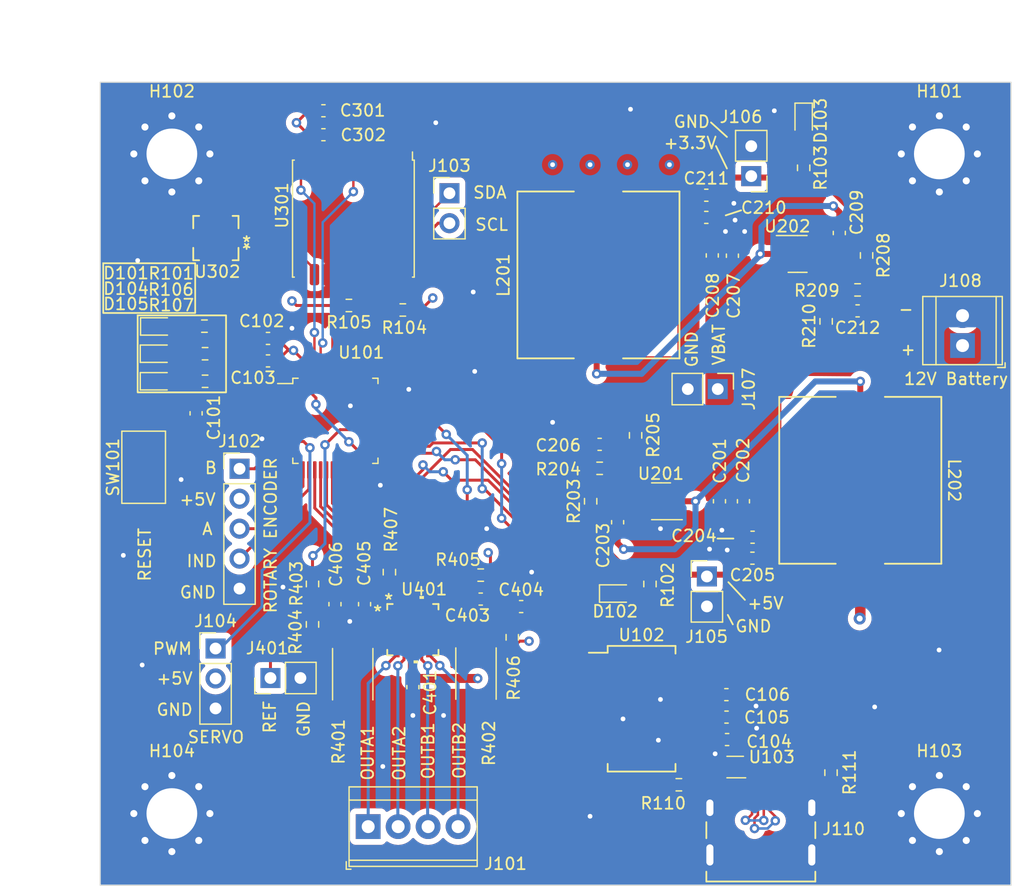
<source format=kicad_pcb>
(kicad_pcb (version 20240108) (generator "pcbnew") (generator_version "8.0")
  (layers (0 "F.Cu" signal) (1 "In1.Cu" power) (2 "In2.Cu" power) (31 "B.Cu" signal) (34 "B.Paste" user) (35 "F.Paste" user) (36 "B.SilkS" user "B.Silkscreen") (37 "F.SilkS" user "F.Silkscreen") (38 "B.Mask" user) (39 "F.Mask" user) (44 "Edge.Cuts" user))
  (net 0 "")
  (net 1 "GND")
  (net 2 "+3.3V")
  (net 3 "Net-(U102-3V3OUT)")
  (net 4 "+5V")
  (net 5 "VBUS")
  (net 6 "Net-(U201-BOOT)")
  (net 7 "Net-(U201-SW)")
  (net 8 "Net-(C206-Pad1)")
  (net 9 "Net-(U201-FB)")
  (net 10 "Net-(U202-BOOT)")
  (net 11 "Net-(U202-SW)")
  (net 12 "Net-(C212-Pad1)")
  (net 13 "Net-(U202-FB)")
  (net 14 "/EN\\FAULT")
  (net 15 "/STBY\\RST")
  (net 16 "Net-(D101-A)")
  (net 17 "Net-(D102-A)")
  (net 18 "Net-(D103-A)")
  (net 19 "/Motors/OUTA1")
  (net 20 "/Motors/OUTA2")
  (net 21 "/Motors/OUTB1")
  (net 22 "/Motors/OUTB2")
  (net 23 "/CHANNEL_B")
  (net 24 "/CHANNEL_A")
  (net 25 "/INDEX")
  (net 26 "/SDA")
  (net 27 "/SCL")
  (net 28 "/SERVO_PWM")
  (net 29 "Net-(J401-Pin_1)")
  (net 30 "/USB+")
  (net 31 "/USB-")
  (net 32 "Net-(U401-SENSEA1)")
  (net 33 "Net-(U401-SENSEB1)")
  (net 34 "Net-(U401-TOFF)")
  (net 39 "/DIR")
  (net 40 "/MODE1")
  (net 41 "/MODE2")
  (net 45 "/FTDI_TX")
  (net 46 "/FTDI_RX")
  (net 47 "/FTDI_RTS")
  (net 48 "/FTDI_CTS")
  (net 51 "/DECAY")
  (net 52 "/STCK")
  (net 53 "/MODE3")
  (net 54 "/STEP_PWM")
  (net 58 "/GPS_INT")
  (net 59 "/GPS_RST")
  (net 79 "Net-(U301-RF_IN)")
  (net 84 "Net-(SW101-B)")
  (net 86 "Net-(D104-A)")
  (net 87 "Net-(D105-A)")
  (net 88 "/LED1")
  (net 89 "/LED2")
  (net 90 "/LED3")
  (net 92 "Net-(J110-CC1)")
  (net 95 "Net-(J110-CC2)")
  (net 97 "/USB_ESD+")
  (net 98 "/USB_ESD-")
  (footprint "Resistor_SMD:R_0603_1608Metric" (layer "F.Cu") (at 119.4531 75.7935)
    (property "Reference" "R101")
    (property "Value" "100")
  )
  (footprint "Connector_PinHeader_2.54mm:PinHeader_1x02_P2.54mm_Vertical" (layer "F.Cu") (at 162.9714 81.1276 -90)
    (property "Reference" "J107")
    (property "Value" "Conn_01x02")
  )
  (footprint "Resistor_SMD:R_0603_1608Metric" (layer "F.Cu") (at 135.133906 96.648485 90)
    (property "Reference" "R407")
    (property "Value" "10k")
  )
  (footprint "TerminalBlock_TE-Connectivity:TerminalBlock_TE_282834-2_1x02_P2.54mm_Horizontal" (layer "F.Cu") (at 183.725 77.44 90)
    (property "Reference" "J108")
    (property "Value" "Screw_Terminal_01x02")
  )
  (footprint "Capacitor_SMD:C_0603_1608Metric" (layer "F.Cu") (at 163.7638 110.8424)
    (property "Reference" "C104")
    (property "Value" "100nF")
  )
  (footprint "Resistor_SMD:R_0603_1608Metric" (layer "F.Cu") (at 172.575 113.65 90)
    (property "Reference" "R111")
    (property "Value" "5.1k")
  )
  (footprint "Capacitor_SMD:C_0603_1608Metric" (layer "F.Cu") (at 165.1508 90.6402 -90)
    (property "Reference" "C202")
    (property "Value" "10uF")
  )
  (footprint "Capacitor_SMD:C_0603_1608Metric" (layer "F.Cu") (at 162.0012 64.6938)
    (property "Reference" "C211")
    (property "Value" "22uF")
  )
  (footprint "Resistor_SMD:R_0603_1608Metric" (layer "F.Cu") (at 119.507 80.4672)
    (property "Reference" "R107")
    (property "Value" "100")
  )
  (footprint "Resistor_SMD:R_0603_1608Metric" (layer "F.Cu") (at 145.55 102.175 90)
    (property "Reference" "R406")
    (property "Value" "18k")
  )
  (footprint "Capacitor_SMD:C_0603_1608Metric" (layer "F.Cu") (at 130.519 99.3645 -90)
    (property "Reference" "C406")
    (property "Value" "1uF")
  )
  (footprint "Resistor_SMD:R_0603_1608Metric" (layer "F.Cu") (at 128.614 101.0785 -90)
    (property "Reference" "R404")
    (property "Value" "1k")
  )
  (footprint "Capacitor_SMD:C_0603_1608Metric" (layer "F.Cu") (at 162.0012 66.5734)
    (property "Reference" "C210")
    (property "Value" "22uF")
  )
  (footprint "TerminalBlock_TE-Connectivity:TerminalBlock_TE_282834-4_1x04_P2.54mm_Horizontal" (layer "F.Cu") (at 133.335 118.225)
    (property "Reference" "J101")
    (property "Value" "Screw_Terminal_01x04")
  )
  (footprint "Button_Switch_SMD:SW_SPST_CK_RS282G05A3" (layer "F.Cu") (at 114.3 87.757 90)
    (property "Reference" "SW101")
    (property "Value" "SW_MEC_5G")
  )
  (footprint "Connector_PinHeader_2.54mm:PinHeader_1x05_P2.54mm_Vertical" (layer "F.Cu") (at 122.428 87.884)
    (property "Reference" "J102")
    (property "Value" "Conn_01x05")
  )
  (footprint "Resistor_SMD:R_2512_6332Metric" (layer "F.Cu") (at 142.475 105.25 -90)
    (property "Reference" "R402")
    (property "Value" "330m")
  )
  (footprint "Capacitor_SMD:C_0603_1608Metric" (layer "F.Cu") (at 118.745 83.185 90)
    (property "Reference" "C101")
    (property "Value" "0.1uF")
  )
  (footprint "Capacitor_SMD:C_0603_1608Metric" (layer "F.Cu") (at 146.304 99.568)
    (property "Reference" "C404")
    (property "Value" "1nF")
  )
  (footprint "Connector_RF:73412-0114_MOL" (layer "F.Cu") (at 120.4214 68.326 180)
    (property "Reference" "U302")
    (property "Value" "734120114")
  )
  (footprint "Package_TO_SOT_SMD:SOT-23-6" (layer "F.Cu") (at 158.1658 90.6402 180)
    (property "Reference" "U201")
    (property "Value" "TPS54302")
  )
  (footprint "Connector_PinHeader_2.54mm:PinHeader_1x02_P2.54mm_Vertical" (layer "F.Cu") (at 162.0518 97.0132)
    (property "Reference" "J105")
    (property "Value" "Conn_01x02")
  )
  (footprint "Resistor_SMD:R_0603_1608Metric" (layer "F.Cu") (at 152.1968 90.6402 90)
    (property "Reference" "R203")
    (property "Value" "50")
  )
  (footprint "Resistor_SMD:R_0603_1608Metric" (layer "F.Cu") (at 119.507 78.1304)
    (property "Reference" "R106")
    (property "Value" "100")
  )
  (footprint "MountingHole:MountingHole_4.3mm_M4_Pad_Via" (layer "F.Cu") (at 116.69014 117.11686)
    (property "Reference" "H104")
    (property "Value" "M4")
  )
  (footprint "Capacitor_SMD:C_0603_1608Metric" (layer "F.Cu") (at 129.54 59.563)
    (property "Reference" "C302")
    (property "Value" "1uF")
  )
  (footprint "Capacitor_SMD:C_0603_1608Metric" (layer "F.Cu") (at 163.7172 108.9394)
    (property "Reference" "C105")
    (property "Value" "100nF")
  )
  (footprint "MountingHole:MountingHole_4.3mm_M4_Pad_Via" (layer "F.Cu") (at 181.75986 61.19114)
    (property "Reference" "H101")
    (property "Value" "M4")
  )
  (footprint "Capacitor_SMD:C_0603_1608Metric" (layer "F.Cu") (at 133.029 99.3645 -90)
    (property "Reference" "C405")
    (property "Value" "100nF")
  )
  (footprint "Package_QFP:LQFP-48_7x7mm_P0.5mm" (layer "F.Cu") (at 130.556 83.82)
    (property "Reference" "U101")
    (property "Value" "STM32L433CCTx")
  )
  (footprint "Capacitor_SMD:C_0603_1608Metric" (layer "F.Cu") (at 164.2142 69.8207 90)
    (property "Reference" "C207")
    (property "Value" "10uF")
  )
  (footprint "Capacitor_SMD:C_0603_1608Metric" (layer "F.Cu") (at 152.9588 85.8142)
    (property "Reference" "C206")
    (property "Value" "75pF")
  )
  (footprint "Capacitor_SMD:C_0603_1608Metric" (layer "F.Cu") (at 162.5092 69.7992 90)
    (property "Reference" "C208")
    (property "Value" "0.1uF")
  )
  (footprint "LED_SMD:LED_0603_1608Metric" (layer "F.Cu") (at 115.5191 75.819)
    (property "Reference" "D101")
    (property "Value" "LED")
  )
  (footprint "Connector_PinHeader_2.54mm:PinHeader_1x03_P2.54mm_Vertical" (layer "F.Cu") (at 120.396 103.124)
    (property "Reference" "J104")
    (property "Value" "Conn_01x03")
  )
  (footprint "Inductors:IND_BOURNS_SRP1250" (layer "F.Cu") (at 175.0568 88.8622 -90)
    (property "Reference" "L202")
    (property "Value" "10uH")
  )
  (footprint "LED_SMD:LED_0603_1608Metric" (layer "F.Cu") (at 154.432 98.4634)
    (property "Reference" "D102")
    (property "Value" "LED")
  )
  (footprint "Capacitor_SMD:C_0603_1608Metric" (layer "F.Cu") (at 124.841 76.835 180)
    (property "Reference" "C102")
    (property "Value" "100nF")
  )
  (footprint "Resistor_SMD:R_0603_1608Metric" (layer "F.Cu") (at 156.0068 85.0522 90)
    (property "Reference" "R205")
    (property "Value" "13.3k")
  )
  (footprint "Connector_PinHeader_2.54mm:PinHeader_1x02_P2.54mm_Vertical" (layer "F.Cu") (at 125.05 105.625 90)
    (property "Reference" "J401")
    (property "Value" "Conn_01x02")
  )
  (footprint "Package_DFN_QFN:ST_UQFN-6L_1.5x1.7mm_P0.5mm" (layer "F.Cu") (at 164.45 113.175 180)
    (property "Reference" "U103")
    (property "Value" "ECMF02-2AMX6")
  )
  (footprint "Capacitor_SMD:C_0603_1608Metric" (layer "F.Cu") (at 165.9258 93.6882 180)
    (property "Reference" "C204")
    (property "Value" "22uF")
  )
  (footprint "Capacitor_SMD:C_0603_1608Metric" (layer "F.Cu") (at 137.125 106.4 -90)
    (property "Reference" "C401")
    (property "Value" "330nF")
  )
  (footprint "MotorLib:QFN_SPIN820_STM" (layer "F.Cu") (at 137.123 101.5235)
    (property "Reference" "U401")
    (property "Value" "STSPIN820")
  )
  (footprint "Capacitor_SMD:C_0603_1608Metric" (layer "F.Cu") (at 163.7048 107.0344)
    (property "Reference" "C106")
    (property "Value" "4.7uF")
  )
  (footprint "Inductors:IND_BOURNS_SRP1250" (layer "F.Cu") (at 152.8572 71.4502 90)
    (property "Reference" "L201")
    (property "Value" "6.8uH")
  )
  (footprint "Connector_PinHeader_2.54mm:PinHeader_1x02_P2.54mm_Vertical" (layer "F.Cu") (at 165.8112 63.0732 180)
    (property "Reference" "J106")
    (property "Value" "Conn_01x02")
  )
  (footprint "Resistor_SMD:R_0603_1608Metric" (layer "F.Cu") (at 157.2258 97.6532 90)
    (property "Reference" "R102")
    (property "Value" "100")
  )
  (footprint "Capacitor_SMD:C_0603_1608Metric" (layer "F.Cu") (at 173.2788 67.8942 90)
    (property "Reference" "C209")
    (property "Value" "0.1uF")
  )
  (footprint "Capacitor_SMD:C_0603_1608Metric" (layer "F.Cu") (at 154.4828 92.4182 -90)
    (property "Reference" "C203")
    (property "Value" "0.1uF")
  )
  (footprint "LED_SMD:LED_0603_1608Metric" (layer "F.Cu") (at 115.4938 80.4672)
    (property "Reference" "D105")
    (property "Value" "LED")
  )
  (footprint "Resistor_SMD:R_0603_1608Metric" (layer "F.Cu") (at 175.5902 69.7992 -90)
    (property "Reference" "R208")
    (property "Value" "50")
  )
  (footprint "Resistor_SMD:R_0603_1608Metric" (layer "F.Cu") (at 174.8282 72.7202 180)
    (property "Reference" "R209")
    (property "Value" "100k")
  )
  (footprint "Capacitor_SMD:C_0603_1608Metric" (layer "F.Cu") (at 129.54 57.531)
    (property "Reference" "C301")
    (property "Value" "100nF")
  )
  (footprint "Package_SO:SSOP-28_5.3x10.2mm_P0.65mm" (layer "F.Cu") (at 156.5148 108.2294)
    (property "Reference" "U102")
    (property "Value" "FT232RL")
  )
  (footprint "Resistor_SMD:R_0603_1608Metric" (layer "F.Cu") (at 172.1612 75.3872 -90)
    (property "Reference" "R210")
    (property "Value" "22.1k")
  )
  (footprint "RF_GPS:ublox_MAX" (layer "F.Cu") (at 132.08 66.675 -90)
    (property "Reference" "U301")
    (property "Value" "MAX-M8C")
  )
  (footprint "LED_SMD:LED_0603_1608Metric" (layer "F.Cu") (at 170.2562 58.3692 -90)
    (property "Reference" "D103")
    (property "Value" "LED")
  )
  (footprint "USB_Con:MOLEX_2171790001" (layer "F.Cu") (at 166.625 119.475)
    (property "Reference" "J110")
    (property "Value" "2171790001")
  )
  (footprint "Package_TO_SOT_SMD:SOT-23-6" (layer "F.Cu") (at 169.7427 69.6722)
    (property "Reference" "U202")
    (property "Value" "TPS54302")
  )
  (footprint "Resistor_SMD:R_2512_6332Metric" (layer "F.Cu") (at 132.025 105.3 -90)
    (property "Reference" "R401")
    (property "Value" "330m")
  )
  (footprint "Connector_PinHeader_2.54mm:PinHeader_1x02_P2.54mm_Vertical" (layer "F.Cu") (at 140.225 64.525)
    (property "Reference" "J103")
    (property "Value" "Conn_01x02")
  )
  (footprint "Resistor_SMD:R_0603_1608Metric" (layer "F.Cu") (at 159.675 114.675)
    (property "Reference" "R110")
    (property "Value" "5.1k")
  )
  (footprint "Resistor_SMD:R_0603_1608Metric" (layer "F.Cu") (at 152.9588 87.8462)
    (property "Reference" "R204")
    (property "Value" "100k")
  )
  (footprint "Capacitor_SMD:C_0603_1608Metric" (layer "F.Cu") (at 165.9128 95.4662 180)
    (property "Reference" "C205")
    (property "Value" "22uF")
  )
  (footprint "MountingHole:MountingHole_4.3mm_M4_Pad_Via" (layer "F.Cu") (at 181.75986 117.11686)
    (property "Reference" "H103")
    (property "Value" "M4")
  )
  (footprint "Resistor_SMD:R_0603_1608Metric" (layer "F.Cu") (at 136.271 74.422)
    (property "Reference" "R104")
    (property "Value" "4.7k")
  )
  (footprint "Resistor_SMD:R_0603_1608Metric" (layer "F.Cu") (at 131.699 74.041 180)
    (property "Reference" "R105")
    (property "Value" "4.7k")
  )
  (footprint "Capacitor_SMD:C_0603_1608Metric" (layer "F.Cu") (at 142.875 98.933)
    (property "Reference" "C403")
    (property "Value" "10nF")
  )
  (footprint "Capacitor_SMD:C_0603_1608Metric" (layer "F.Cu") (at 174.8282 74.4982 180)
    (property "Reference" "C212")
    (property "Value" "43pF")
  )
  (footprint "Capacitor_SMD:C_0603_1608Metric" (layer "F.Cu") (at 163.1188 90.6402 -90)
    (property "Reference" "C201")
    (property "Value" "0.1uF")
  )
  (footprint "MountingHole:MountingHole_4.3mm_M4_Pad_Via" (layer "F.Cu") (at 116.69014 61.19114)
    (property "Reference" "H102")
    (property "Value" "M4")
  )
  (footprint "LED_SMD:LED_0603_1608Metric" (layer "F.Cu") (at 115.4938 78.1304)
    (property "Reference" "D104")
    (property "Value" "LED")
  )
  (footprint "Capacitor_SMD:C_0603_1608Metric" (layer "F.Cu") (at 124.841 78.74 180)
    (property "Reference" "C103")
    (property "Value" "1uF")
  )
  (footprint "Resistor_SMD:R_0603_1608Metric" (layer "F.Cu") (at 128.614 97.6495 -90)
    (property "Reference" "R403")
    (property "Value" "2.3k")
  )
  (footprint "Resistor_SMD:R_0603_1608Metric" (layer "F.Cu") (at 142.875 96.901 180)
    (property "Reference" "R405")
    (property "Value" "39k")
  )
  (footprint "Resistor_SMD:R_0603_1608Metric" (layer "F.Cu") (at 170.2562 62.3692 -90)
    (property "Reference" "R103")
    (property "Value" "100")
  )
  (gr_line (start 162.825 60.525) (end 163.75 62.425) (stroke (width 0.15)) (layer "F.SilkS"))
  (gr_line (start 162.4 58.525) (end 163.75 59.75) (stroke (width 0.15)) (layer "F.SilkS"))
  (gr_line (start 165.275 99) (end 163.875 97.5) (stroke (width 0.15)) (layer "F.SilkS"))
  (gr_rect (start 110.871 70.4596) (end 118.6688 74.676) (stroke (width 0.15)) (fill none) (layer "F.SilkS"))
  (gr_line (start 162.95 93.8) (end 164.3 93.8) (stroke (width 0.15)) (layer "F.SilkS"))
  (gr_line (start 164.25 101.075) (end 163.825 100.275) (stroke (width 0.15)) (layer "F.SilkS"))
  (gr_line (start 164.95 65.975) (end 163.65 66.4) (stroke (width 0.15)) (layer "F.SilkS"))
  (gr_rect (start 113.792 74.8792) (end 121.285 81.407) (stroke (width 0.15)) (fill none) (layer "F.SilkS"))
  (gr_rect (start 110.617 55.118) (end 187.833 123.19) (stroke (width 0.1)) (fill none) (layer "Edge.Cuts"))
  (gr_text "+5V\n" (at 117.25 91.075 0) (layer "F.SilkS") (effects (font (size 1 1)) (justify left bottom)))
  (gr_text "+5V" (at 165.4 99.875 0) (layer "F.SilkS") (effects (font (size 1 1)) (justify left bottom)))
  (gr_text "OUTA1" (at 133.875 114.4 90) (layer "F.SilkS") (effects (font (size 1 1)) (justify left bottom)))
  (gr_text "+" (at 179.625 78.55 90) (layer "F.SilkS") (effects (font (size 1 1)) (justify left bottom)))
  (gr_text "B" (at 119.4 88.4 0) (layer "F.SilkS") (effects (font (size 1 1)) (justify left bottom)))
  (gr_text "GND" (at 159.15 59.05 0) (layer "F.SilkS") (effects (font (size 1 1)) (justify left bottom)))
  (gr_text "OUTA2" (at 136.55 114.425 90) (layer "F.SilkS") (effects (font (size 1 1)) (justify left bottom)))
  (gr_text "12V Battery" (at 178.675 80.85 0) (layer "F.SilkS") (effects (font (size 1 1)) (justify left bottom)))
  (gr_text "GND" (at 164.375 101.825 0) (layer "F.SilkS") (effects (font (size 1 1)) (justify left bottom)))
  (gr_text "REF" (at 125.575 110.4 90) (layer "F.SilkS") (effects (font (size 1 1)) (justify left bottom)))
  (gr_text "SCL" (at 142.325 67.775 0) (layer "F.SilkS") (effects (font (size 1 1)) (justify left bottom)))
  (gr_text "GND" (at 161.35 79.375 90) (layer "F.SilkS") (effects (font (size 1 1)) (justify left bottom)))
  (gr_text "VBAT" (at 163.65 79.2 90) (layer "F.SilkS") (effects (font (size 1 1)) (justify left bottom)))
  (gr_text "GND" (at 117.275 98.95 0) (layer "F.SilkS") (effects (font (size 1 1)) (justify left bottom)))
  (gr_text "OUTB1" (at 139 114.3 90) (layer "F.SilkS") (effects (font (size 1 1)) (justify left bottom)))
  (gr_text "RESET" (at 114.975 97.525 90) (layer "F.SilkS") (effects (font (size 1 1)) (justify left bottom)))
  (gr_text "IND" (at 117.85 96.3 0) (layer "F.SilkS") (effects (font (size 1 1)) (justify left bottom)))
  (gr_text "GND" (at 115.3 108.9 0) (layer "F.SilkS") (effects (font (size 1 1)) (justify left bottom)))
  (gr_text "-\n\n" (at 179.65 72.3 180) (layer "F.SilkS") (effects (font (size 1 1)) (justify left bottom)))
  (gr_text "PWM" (at 115 103.725 0) (layer "F.SilkS") (effects (font (size 1 1)) (justify left bottom)))
  (gr_text "+5V" (at 115.3 106.25 0) (layer "F.SilkS") (effects (font (size 1 1)) (justify left bottom)))
  (gr_text "SDA" (at 142.15 65.05 0) (layer "F.SilkS") (effects (font (size 1 1)) (justify left bottom)))
  (gr_text "GND" (at 128.45 110.725 90) (layer "F.SilkS") (effects (font (size 1 1)) (justify left bottom)))
  (gr_text "SERVO" (at 117.95 111.225 0) (layer "F.SilkS") (effects (font (size 1 1)) (justify left bottom)))
  (gr_text "OUTB2" (at 141.65 114.275 90) (layer "F.SilkS") (effects (font (size 1 1)) (justify left bottom)))
  (gr_text "+3.3V" (at 158.3 60.85 0) (layer "F.SilkS") (effects (font (size 1 1)) (justify left bottom)))
  (gr_text "ROTARY ENCODER" (at 125.65 100.225 90) (layer "F.SilkS") (effects (font (size 1 1)) (justify left bottom)))
  (gr_text "A\n" (at 119.175 93.575 0) (layer "F.SilkS") (effects (font (size 1 1)) (justify left bottom)))
  (segment (start 163.375 112.675) (end 162.75 112.05) (width 0.2032) (layer "F.Cu") (net 1))
  (segment (start 132.806 88.785685) (end 133.301315 89.281) (width 0.25) (layer "F.Cu") (net 1))
  (segment (start 132.806 87.9825) (end 132.806 88.785685) (width 0.25) (layer "F.Cu") (net 1))
  (segment (start 126.3935 84.57) (end 125.107 84.57) (width 0.25) (layer "F.Cu") (net 1))
  (segment (start 128.306 77.4044) (end 126.873 75.9714) (width 0.25) (layer "F.Cu") (net 1))
  (segment (start 136.362 81.57) (end 136.779 81.153) (width 0.25) (layer "F.Cu") (net 1))
  (segment (start 125.107 84.57) (end 124.333 85.344) (width 0.25) (layer "F.Cu") (net 1))
  (segment (start 158.115 106.8292) (end 158.115 107.442) (width 0.25) (layer "F.Cu") (net 1))
  (segment (start 158.115 107.6796) (end 158.115 107.442) (width 0.25) (layer "F.Cu") (net 1))
  (segment (start 154.0398 107.9044) (end 154.94 108.8046) (width 0.25) (layer "F.Cu") (net 1))
  (segment (start 158.9898 105.9544) (end 158.115 106.8292) (width 0.25) (layer "F.Cu") (net 1))
  (segment (start 158.3292 110.5044) (end 157.9372 110.8964) (width 0.25) (layer "F.Cu") (net 1))
  (segment (start 160.1148 105.9544) (end 158.9898 105.9544) (width 0.25) (layer "F.Cu") (net 1))
  (segment (start 160.1148 110.5044) (end 158.3292 110.5044) (width 0.25) (layer "F.Cu") (net 1))
  (segment (start 128.306 79.6575) (end 128.306 77.4044) (width 0.25) (layer "F.Cu") (net 1))
  (segment (start 154.94 108.8046) (end 154.94 109.093) (width 0.25) (layer "F.Cu") (net 1))
  (segment (start 160.1148 108.5544) (end 158.9898 108.5544) (width 0.25) (layer "F.Cu") (net 1))
  (segment (start 163.8 112.675) (end 165.1 112.675) (width 0.2032) (layer "F.Cu") (net 1))
  (segment (start 133.301315 89.281) (end 134.366 89.281) (width 0.25) (layer "F.Cu") (net 1))
  (segment (start 163.8 112.675) (end 163.375 112.675) (width 0.2032) (layer "F.Cu") (net 1))
  (segment (start 134.7185 81.57) (end 136.362 81.57) (width 0.25) (layer "F.Cu") (net 1))
  (segment (start 152.9148 107.9044) (end 154.0398 107.9044) (width 0.25) (layer "F.Cu") (net 1))
  (segment (start 158.9898 108.5544) (end 158.115 107.6796) (width 0.25) (layer "F.Cu") (net 1))
  (via (at 147.193 96.647) (size 0.8) (drill 0.4) (layers "F.Cu" "B.Cu") (net 1))
  (via (at 126.873 75.9714) (size 0.8) (drill 0.4) (layers "F.Cu" "B.Cu") (net 1))
  (via (at 152.146 117.348) (size 0.8) (drill 0.4) (layers "F.Cu" "B.Cu") (net 1))
  (via (at 124.333 85.344) (size 0.8) (drill 0.4) (layers "F.Cu" "B.Cu") (net 1))
  (via (at 176.276 108.077) (size 0.8) (drill 0.4) (layers "F.Cu" "B.Cu") (net 1))
  (via (at 112.575 95.225) (size 0.8) (drill 0.4) (layers "F.Cu" "B.Cu") (net 1))
  (via (at 134.575 113.125) (size 0.8) (drill 0.4) (layers "F.Cu" "B.Cu") (net 1))
  (via (at 167.767 57.531) (size 0.8) (drill 0.4) (layers "F.Cu" "B.Cu") (net 1))
  (via (at 126.111 97.917) (size 0.8) (drill 0.4) (layers "F.Cu" "B.Cu") (net 1))
  (via (at 163.322 93.091) (size 0.8) (drill 0.4) (layers "F.Cu" "B.Cu") (net 1))
  (via (at 163.775 94.775) (size 0.8) (drill 0.4) (layers "F.Cu" "B.Cu") (net 1))
  (via (at 114.173 104.521) (size 0.8) (drill 0.4) (layers "F.Cu" "B.Cu") (net 1))
  (via (at 162.75 112.05) (size 0.8) (drill 0.4) (layers "F.Cu" "B.Cu") (net 1))
  (via (at 137.125 108.8) (size 0.8) (drill 0.4) (layers "F.Cu" "B.Cu") (net 1))
  (via (at 158.115 92.964) (size 0.8) (drill 0.4) (layers "F.Cu" "B.Cu") (net 1))
  (via (at 164.338 65.3796) (size 0.8) (drill 0.4) (layers "F.Cu" "B.Cu") (net 1))
  (via (at 131.826 82.55) (size 0.8) (drill 0.4) (layers "F.Cu" "B.Cu") (net 1))
  (via (at 162.275 94.7) (size 0.8) (drill 0.4) (layers "F.Cu" "B.Cu") (net 1))
  (via (at 163.6268 67.7672) (size 0.8) (drill 0.4) (layers "F.Cu" "B.Cu") (net 1))
  (via (at 134.366 89.281) (size 0.8) (drill 0.4) (layers "F.Cu" "B.Cu") (net 1))
  (via (at 142.367 79.629) (size 0.8) (drill 0.4) (layers "F.Cu" "B.Cu") (net 1))
  (via (at 165.2524 67.7672) (size 0.8) (drill 0.4) (layers "F.Cu" "B.Cu") (net 1))
  (via (at 136.779 81.153) (size 0.8) (drill 0.4) (layers "F.Cu" "B.Cu") (net 1))
  (via (at 131.775 100.825) (size 0.8) (drill 0.4) (layers "F.Cu" "B.Cu") (net 1))
  (via (at 157.9372 110.8964) (size 0.8) (drill 0.4) (layers "F.Cu" "B.Cu") (net 1))
  (via (at 113.792 70.231) (size 0.8) (drill 0.4) (layers "F.Cu" "B.Cu") (net 1))
  (via (at 142.24 72.898) (size 0.8) (drill 0.4) (layers "F.Cu" "B.Cu") (net 1))
  (via (at 158.115 107.442) (size 0.8) (drill 0.4) (layers "F.Cu" "B.Cu") (net 1))
  (via (at 164.4396 66.802) (size 0.8) (drill 0.4) (layers "F.Cu" "B.Cu") (net 1))
  (via (at 139.065 58.547) (size 0.8) (drill 0.4) (layers "F.Cu" "B.Cu") (net 1))
  (via (at 166.2176 108.0008) (size 0.8) (drill 0.4) (layers "F.Cu" "B.Cu") (net 1))
  (via (at 155.575 57.404) (size 0.8) (drill 0.4) (layers "F.Cu" "B.Cu") (net 1))
  (via (at 148.971 83.947) (size 0.8) (drill 0.4) (layers "F.Cu" "B.Cu") (net 1))
  (via (at 117.475 88.8) (size 0.8) (drill 0.4) (layers "F.Cu" "B.Cu") (net 1))
  (via (at 143.383 92.964) (size 0.8) (drill 0.4) (layers "F.Cu" "B.Cu") (net 1))
  (via (at 181.737 103.251) (size 0.8) (drill 0.4) (layers "F.Cu" "B.Cu") (net 1))
  (via (at 139.725 108.8) (size 0.8) (drill 0.4) (layers "F.Cu" "B.Cu") (net 1))
  (via (at 166.2684 109.8804) (size 0.8) (drill 0.4) (layers "F.Cu" "B.Cu") (net 1))
  (via (at 154.94 109.093) (size 0.8) (drill 0.4) (layers "F.Cu" "B.Cu") (net 1))
  (segment (start 128.275 81.07) (end 128.275 81.241) (width 0.25) (layer "F.Cu") (net 2))
  (segment (start 161.2262 64.0972) (end 161.2262 64.6938) (width 0.508) (layer "F.Cu") (net 2))
  (segment (start 126.632 77.851) (end 125.616 76.835) (width 0.25) (layer "F.Cu") (net 2))
  (segment (start 145.732 102.933) (end 146.165 102.5) (width 0.25) (layer "F.Cu") (net 2))
  (segment (start 137.096 74.422) (end 137.795 74.422) (width 0.25) (layer "F.Cu") (net 2))
  (segment (start 127.254 74.041) (end 126.873 73.66) (width 0.25) (layer "F.Cu") (net 2))
  (segment (start 131.724685 85.598) (end 131.699 85.598) (width 0.25) (layer "F.Cu") (net 2))
  (segment (start 128.275 81.241) (end 128.905 81.871) (width 0.25) (layer "F.Cu") (net 2))
  (segment (start 146.165 102.5) (end 146.975 102.5) (width 0.25) (layer "F.Cu") (net 2))
  (segment (start 130.874 74.041) (end 127.254 74.041) (width 0.25) (layer "F.Cu") (net 2))
  (segment (start 125.616 78.74) (end 126.5335 79.6575) (width 0.25) (layer "F.Cu") (net 2))
  (segment (start 137.795 74.422) (end 138.811 73.406) (width 0.25) (layer "F.Cu") (net 2))
  (segment (start 134.7185 81.07) (end 128.275 81.07) (width 0.25) (layer "F.Cu") (net 2))
  (segment (start 127.806 80.601) (end 127.337 81.07) (width 0.25) (layer "F.Cu") (net 2))
  (segment (start 143.7 95.186) (end 143.51 94.996) (width 0.25) (layer "F.Cu") (net 2))
  (segment (start 128.275 81.07) (end 127.806 80.601) (width 0.25) (layer "F.Cu") (net 2))
  (segment (start 128.905 82.423) (end 128.905 81.871) (width 0.25) (layer "F.Cu") (net 2))
  (segment (start 128.27 57.531) (end 128.765 57.531) (width 0.25) (layer "F.Cu") (net 2))
  (segment (start 133.306 87.9825) (end 133.306 87.179315) (width 0.25) (layer "F.Cu") (net 2))
  (segment (start 162.1282 63.1952) (end 161.2262 64.0972) (width 0.508) (layer "F.Cu") (net 2))
  (segment (start 125.616 78.74) (end 125.616 76.835) (width 0.25) (layer "F.Cu") (net 2))
  (segment (start 133.306 87.179315) (end 131.724685 85.598) (width 0.25) (layer "F.Cu") (net 2))
  (segment (start 129.88 61.925) (end 128.78 61.925) (width 0.25) (layer "F.Cu") (net 2))
  (segment (start 128.765 59.563) (end 128.765 61.91) (width 0.25) (layer "F.Cu") (net 2))
  (segment (start 127.806 80.772) (end 127.806 80.601) (width 0.25) (layer "F.Cu") (net 2))
  (segment (start 128.765 61.91) (end 128.78 61.925) (width 0.25) (layer "F.Cu") (net 2))
  (segment (start 126.5335 79.6575) (end 127.806 79.6575) (width 0.25) (layer "F.Cu") (net 2))
  (segment (start 128.27 59.563) (end 128.765 59.563) (width 0.25) (layer "F.Cu") (net 2))
  (segment (start 127 77.851) (end 126.632 77.851) (width 0.25) (layer "F.Cu") (net 2))
  (segment (start 161.2262 64.6938) (end 161.2262 66.5734) (width 0.508) (layer "F.Cu") (net 2))
  (segment (start 175.5902 68.9742) (end 175.5902 67.219461) (width 0.508) (layer "F.Cu") (net 2))
  (segment (start 127 77.851) (end 126.505 77.851) (width 0.25) (layer "F.Cu") (net 2))
  (segment (start 127.806 79.6575) (end 127.806 78.657) (width 0.25) (layer "F.Cu") (net 2))
  (segment (start 127.806 78.657) (end 127 77.851) (width 0.25) (layer "F.Cu") (net 2))
  (segment (start 127.337 81.07) (end 126.3935 81.07) (width 0.25) (layer "F.Cu") (net 2))
  (segment (start 128.765 57.531) (end 128.765 59.563) (width 0.25) (layer "F.Cu") (net 2))
  (segment (start 127.254 58.547) (end 128.27 57.531) (width 0.25) (layer "F.Cu") (net 2))
  (segment (start 126.505 77.851) (end 125.616 78.74) (width 0.25) (layer "F.Cu") (net 2))
  (segment (start 171.565939 63.1952) (end 162.1282 63.1952) (width 0.508) (layer "F.Cu") (net 2))
  (segment (start 175.5902 67.219461) (end 171.565939 63.1952) (width 0.508) (layer "F.Cu") (net 2))
  (segment (start 143.7 96.901) (end 143.7 95.186) (width 0.25) (layer "F.Cu") (net 2))
  (segment (start 127.196685 85.07) (end 127.806 84.460685) (width 0.25) (layer "F.Cu") (net 2))
  (segment (start 127.806 84.460685) (end 127.806 80.772) (width 0.25) (layer "F.Cu") (net 2))
  (segment (start 127.254 58.547) (end 128.27 59.563) (width 0.25) (layer "F.Cu") (net 2))
  (segment (start 126.3935 85.07) (end 127.196685 85.07) (width 0.25) (layer "F.Cu") (net 2))
  (segment (start 127.806 79.6575) (end 127.806 80.601) (width 0.25) (layer "F.Cu") (net 2))
  (via (at 143.51 94.996) (size 0.8) (drill 0.4) (layers "F.Cu" "B.Cu") (net 2))
  (via (at 127.254 58.547) (size 0.8) (drill 0.4) (layers "F.Cu" "B.Cu") (net 2))
  (via (at 126.873 73.66) (size 0.8) (drill 0.4) (layers "F.Cu" "B.Cu") (net 2))
  (via (at 138.811 73.406) (size 0.8) (drill 0.4) (layers "F.Cu" "B.Cu") (net 2))
  (via (at 127 77.851) (size 0.8) (drill 0.4) (layers "F.Cu" "B.Cu") (net 2))
  (via (at 148.971 62.103) (size 0.8) (drill 0.4) (layers "F.Cu" "B.Cu") (net 2))
  (via (at 152.146 62.103) (size 0.8) (drill 0.4) (layers "F.Cu" "B.Cu") (net 2))
  (via (at 155.321 62.103) (size 0.8) (drill 0.4) (layers "F.Cu" "B.Cu") (net 2))
  (via (at 128.905 82.423) (size 0.8) (drill 0.4) (layers "F.Cu" "B.Cu") (net 2))
  (via (at 158.877 62.103) (size 0.8) (drill 0.4) (layers "F.Cu" "B.Cu") (net 2))
  (via (at 131.699 85.598) (size 0.8) (drill 0.4) (layers "F.Cu" "B.Cu") (net 2))
  (via (at 146.975 102.5) (size 0.8) (drill 0.4) (layers "F.Cu" "B.Cu") (net 2))
  (segment (start 128.905 82.804) (end 128.905 82.423) (width 0.25) (layer "B.Cu") (net 2))
  (segment (start 131.699 85.598) (end 128.905 82.804) (width 0.25) (layer "B.Cu") (net 2))
  (segment (start 162.9888 110.8424) (end 162.6768 111.1544) (width 0.25) (layer "F.Cu") (net 3))
  (segment (start 162.6768 111.1544) (end 160.1148 111.1544) (width 0.25) (layer "F.Cu") (net 3))
  (segment (start 162.941 105.156) (end 162.941 108.9382) (width 0.508) (layer "F.Cu") (net 4))
  (segment (start 154.1458 105.9544) (end 152.9148 105.9544) (width 0.381) (layer "F.Cu") (net 4))
  (segment (start 162.6772 109.2044) (end 160.1148 109.2044) (width 0.381) (layer "F.Cu") (net 4))
  (segment (start 162.9422 108.9394) (end 162.6772 109.2044) (width 0.508) (layer "F.Cu") (net 4))
  (segment (start 166.6878 95.4662) (end 166.6878 93.7012) (width 0.508) (layer "F.Cu") (net 4))
  (segment (start 152.1968 93.4342) (end 155.6258 96.8632) (width 0.508) (layer "F.Cu") (net 4))
  (segment (start 157.3958 109.2044) (end 154.1458 105.9544) (width 0.381) (layer "F.Cu") (net 4))
  (segment (start 175.0568 100.5332) (end 175.006 100.584) (width 0.889) (layer "F.Cu") (net 4))
  (segment (start 166.0398 102.0572) (end 162.941 105.156) (width 0.508) (layer "F.Cu") (net 4))
  (segment (start 166.6878 93.7012) (end 166.7008 93.6882) (width 0.25) (layer "F.Cu") (net 4))
  (segment (start 166.0398 96.8632) (end 166.0398 102.0572) (width 0.508) (layer "F.Cu") (net 4))
  (segment (start 160.1148 109.2044) (end 157.3958 109.2044) (width 0.381) (layer "F.Cu") (net 4))
  (segment (start 155.6258 96.8632) (end 166.0398 96.8632) (width 0.508) (layer "F.Cu") (net 4))
  (segment (start 162.941 108.9382) (end 162.9422 108.9394) (width 0.508) (layer "F.Cu") (net 4))
  (segment (start 152.1968 91.4652) (end 152.1968 93.4342) (width 0.508) (layer "F.Cu") (net 4))
  (segment (start 166.6878 96.2152) (end 166.6878 95.4662) (width 0.508) (layer "F.Cu") (net 4))
  (segment (start 175.0568 94.1327) (end 175.0568 100.5332) (width 0.889) (layer "F.Cu") (net 4))
  (segment (start 166.0398 96.8632) (end 166.6878 96.2152) (width 0.508) (layer "F.Cu") (net 4))
  (segment (start 166.7008 95.4532) (end 166.6878 95.4662) (width 0.25) (layer "F.Cu") (net 4))
  (via (at 175.006 100.584) (size 1.016) (drill 0.508) (layers "F.Cu" "B.Cu") (net 4))
  (segment (start 137.125 105.625) (end 137.080811 105.580811) (width 0.762) (layer "F.Cu") (net 5))
  (segment (start 137.080811 105.580811) (end 137.080811 103.492) (width 0.762) (layer "F.Cu") (net 5))
  (segment (start 137.164 105.664) (end 137.125 105.625) (width 0.762) (layer "F.Cu") (net 5))
  (segment (start 142.621 105.664) (end 137.164 105.664) (width 0.762) (layer "F.Cu") (net 5))
  (via (at 142.621 105.664) (size 0.8) (drill 0.4) (layers "F.Cu" "B.Cu") (net 5))
  (segment (start 154.4828 91.6432) (end 156.9753 91.6432) (width 0.1778) (layer "F.Cu") (net 6))
  (segment (start 156.9753 91.6432) (end 157.0283 91.5902) (width 0.25) (layer "F.Cu") (net 6))
  (segment (start 154.4828 94.1962) (end 154.9908 94.7042) (width 0.508) (layer "F.Cu") (net 7))
  (segment (start 175.0568 83.5917) (end 175.0568 80.4802) (width 0.508) (layer "F.Cu") (net 7))
  (segment (start 161.0868 90.6402) (end 159.3033 90.6402) (width 0.508) (layer "F.Cu") (net 7))
  (segment (start 154.4828 93.1932) (end 154.4828 94.1962) (width 0.508) (layer "F.Cu") (net 7))
  (via (at 175.0568 80.4802) (size 0.8) (drill 0.4) (layers "F.Cu" "B.Cu") (net 7))
  (via (at 154.9908 94.7042) (size 0.8) (drill 0.4) (layers "F.Cu" "B.Cu") (net 7))
  (via (at 161.0868 90.6402) (size 0.8) (drill 0.4) (layers "F.Cu" "B.Cu") (net 7))
  (segment (start 171.2468 80.4802) (end 175.0568 80.4802) (width 0.508) (layer "B.Cu") (net 7))
  (segment (start 154.9908 94.7042) (end 159.3088 94.7042) (width 0.508) (layer "B.Cu") (net 7))
  (segment (start 159.3088 94.7042) (end 161.0868 92.9262) (width 0.508) (layer "B.Cu") (net 7))
  (segment (start 161.0868 92.9262) (end 161.0868 90.6402) (width 0.508) (layer "B.Cu") (net 7))
  (segment (start 161.0868 90.6402) (end 171.2468 80.4802) (width 0.508) (layer "B.Cu") (net 7))
  (segment (start 152.1338 87.8462) (end 152.1338 89.7522) (width 0.1778) (layer "F.Cu") (net 8))
  (segment (start 152.1338 87.8462) (end 152.1338 85.8642) (width 0.1778) (layer "F.Cu") (net 8))
  (segment (start 152.1338 85.8642) (end 152.1838 85.8142) (width 0.1778) (layer "F.Cu") (net 8))
  (segment (start 153.7838 88.6712) (end 154.8028 89.6902) (width 0.1778) (layer "F.Cu") (net 9))
  (segment (start 153.7838 85.8642) (end 153.7338 85.8142) (width 0.1778) (layer "F.Cu") (net 9))
  (segment (start 153.7838 87.8462) (end 153.7838 85.8642) (width 0.1778) (layer "F.Cu") (net 9))
  (segment (start 155.9438 85.8142) (end 156.0068 85.8772) (width 0.1778) (layer "F.Cu") (net 9))
  (segment (start 153.7338 85.8142) (end 155.9438 85.8142) (width 0.1778) (layer "F.Cu") (net 9))
  (segment (start 153.7838 87.8462) (end 153.7838 88.6712) (width 0.1778) (layer "F.Cu") (net 9))
  (segment (start 154.8028 89.6902) (end 157.0283 89.6902) (width 0.1778) (layer "F.Cu") (net 9))
  (segment (start 173.2792 68.6692) (end 170.7867 68.6692) (width 0.1778) (layer "F.Cu") (net 10))
  (segment (start 166.6752 69.6722) (end 168.4587 69.6722) (width 0.508) (layer "F.Cu") (net 11))
  (segment (start 173.2792 67.1192) (end 173.2792 66.1162) (width 0.508) (layer "F.Cu") (net 11))
  (segment (start 152.7052 76.7207) (end 152.7052 79.8322) (width 0.508) (layer "F.Cu") (net 11))
  (segment (start 173.2792 66.1162) (end 172.7712 65.6082) (width 0.508) (layer "F.Cu") (net 11))
  (via (at 166.5732 69.6722) (size 0.8) (drill 0.4) (layers "F.Cu" "B.Cu") (net 11))
  (via (at 172.7712 65.6082) (size 0.8) (drill 0.4) (layers "F.Cu" "B.Cu") (net 11))
  (via (at 152.7052 79.8322) (size 0.8) (drill 0.4) (layers "F.Cu" "B.Cu") (net 11))
  (segment (start 166.6752 67.3862) (end 166.6752 69.6722) (width 0.508) (layer "B.Cu") (net 11))
  (segment (start 172.7712 65.6082) (end 168.4532 65.6082) (width 0.508) (layer "B.Cu") (net 11))
  (segment (start 166.5732 69.6722) (end 166.5732 69.7742) (width 0.508) (layer "B.Cu") (net 11))
  (segment (start 166.6752 69.6722) (end 166.6752 69.6722) (width 0.508) (layer "B.Cu") (net 11))
  (segment (start 166.6752 69.6722) (end 166.5732 69.6722) (width 0.508) (layer "B.Cu") (net 11))
  (segment (start 168.4532 65.6082) (end 166.6752 67.3862) (width 0.508) (layer "B.Cu") (net 11))
  (segment (start 156.5152 79.8322) (end 152.7052 79.8322) (width 0.508) (layer "B.Cu") (net 11))
  (segment (start 166.5732 69.7742) (end 156.5152 79.8322) (width 0.508) (layer "B.Cu") (net 11))
  (segment (start 175.6282 72.4662) (end 175.6282 74.4482) (width 0.1778) (layer "F.Cu") (net 12))
  (segment (start 175.6282 72.4662) (end 175.6282 70.5602) (width 0.1778) (layer "F.Cu") (net 12))
  (segment (start 173.9782 71.6412) (end 172.9592 70.6222) (width 0.1778) (layer "F.Cu") (net 13))
  (segment (start 173.9782 72.4662) (end 173.9782 74.4482) (width 0.1778) (layer "F.Cu") (net 13))
  (segment (start 173.9782 72.4662) (end 173.9782 71.6412) (width 0.1778) (layer "F.Cu") (net 13))
  (segment (start 172.9592 70.6222) (end 170.7337 70.6222) (width 0.1778) (layer "F.Cu") (net 13))
  (segment (start 174.0282 74.4982) (end 171.8182 74.4982) (width 0.1778) (layer "F.Cu") (net 13))
  (segment (start 141.732 96.583) (end 141.732 89.662) (width 0.25) (layer "F.Cu") (net 14))
  (segment (start 142.05 98.743396) (end 142.05 96.901) (width 0.25) (layer "F.Cu") (net 14))
  (segment (start 142.05 98.883) (end 142.1 98.933) (width 0.25) (layer "F.Cu") (net 14))
  (segment (start 138.054299 83.07) (end 134.7185 83.07) (width 0.25) (layer "F.Cu") (net 14))
  (segment (start 139.0915 100.773311) (end 140.020085 100.773311) (width 0.25) (layer "F.Cu") (net 14))
  (segment (start 142.05 96.901) (end 141.732 96.583) (width 0.25) (layer "F.Cu") (net 14))
  (segment (start 139.954 84.969701) (end 138.054299 83.07) (width 0.25) (layer "F.Cu") (net 14))
  (segment (start 140.020085 100.773311) (end 142.05 98.743396) (width 0.25) (layer "F.Cu") (net 14))
  (via (at 141.732 89.662) (size 0.8) (drill 0.4) (layers "F.Cu" "B.Cu") (net 14))
  (via (at 139.954 84.969701) (size 0.8) (drill 0.4) (layers "F.Cu" "B.Cu") (net 14))
  (segment (start 141.732 86.747701) (end 139.954 84.969701) (width 0.25) (layer "B.Cu") (net 14))
  (segment (start 141.732 89.662) (end 141.732 86.747701) (width 0.25) (layer "B.Cu") (net 14))
  (segment (start 140.017 101.283) (end 145.529 101.283) (width 0.25) (layer "F.Cu") (net 15))
  (segment (start 145.529 92.959598) (end 144.648701 92.079299) (width 0.25) (layer "F.Cu") (net 15))
  (segment (start 144.648701 86.101701) (end 141.117 82.57) (width 0.25) (layer "F.Cu") (net 15))
  (segment (start 141.117 82.57) (end 134.7185 82.57) (width 0.25) (layer "F.Cu") (net 15))
  (segment (start 140.007437 101.273437) (end 140.017 101.283) (width 0.25) (layer "F.Cu") (net 15))
  (segment (start 144.648701 87.4522) (end 144.648701 86.101701) (width 0.25) (layer "F.Cu") (net 15))
  (segment (start 145.529 101.283) (end 145.529 99.568) (width 0.25) (layer "F.Cu") (net 15))
  (segment (start 139.0915 101.273437) (end 140.007437 101.273437) (width 0.25) (layer "F.Cu") (net 15))
  (segment (start 145.529 99.568) (end 145.529 92.959598) (width 0.25) (layer "F.Cu") (net 15))
  (via (at 144.648701 87.4522) (size 0.8) (drill 0.4) (layers "F.Cu" "B.Cu") (net 15))
  (via (at 144.648701 92.079299) (size 0.8) (drill 0.4) (layers "F.Cu" "B.Cu") (net 15))
  (segment (start 144.648701 87.4522) (end 144.648701 92.079299) (width 0.25) (layer "B.Cu") (net 15))
  (segment (start 116.3321 75.7935) (end 116.3066 75.819) (width 0.25) (layer "F.Cu") (net 16))
  (segment (start 118.4756 75.819) (end 118.5011 75.7935) (width 0.25) (layer "F.Cu") (net 16))
  (segment (start 118.6281 75.7935) (end 116.3321 75.7935) (width 0.25) (layer "F.Cu") (net 16))
  (segment (start 157.2258 98.4782) (end 155.2343 98.4782) (width 0.25) (layer "F.Cu") (net 17))
  (segment (start 170.2562 59.1567) (end 170.2562 61.5442) (width 0.25) (layer "F.Cu") (net 18))
  (segment (start 135.872685 103.535815) (end 134.837 104.5715) (width 0.254) (layer "F.Cu") (net 19))
  (via (at 134.837 104.5715) (size 0.8) (drill 0.4) (layers "F.Cu" "B.Cu") (net 19))
  (segment (start 134.837 104.5715) (end 133.335 106.0735) (width 0.254) (layer "B.Cu") (net 19))
  (segment (start 133.335 106.0735) (end 133.335 118.225) (width 0.254) (layer "B.Cu") (net 19))
  (segment (start 136.372811 103.492) (end 136.372811 104.068579) (width 0.254) (layer "F.Cu") (net 20))
  (segment (start 136.372811 104.068579) (end 135.853 104.58839) (width 0.254) (layer "F.Cu") (net 20))
  (via (at 135.853 104.58839) (size 0.8) (drill 0.4) (layers "F.Cu" "B.Cu") (net 20))
  (segment (start 135.85 104.61039) (end 135.85 118.225) (width 0.254) (layer "B.Cu") (net 20))
  (segment (start 135.853 104.58839) (end 135.875 104.61039) (width 0.254) (layer "B.Cu") (net 20))
  (segment (start 137.873189 104.068579) (end 138.393 104.58839) (width 0.254) (layer "F.Cu") (net 21))
  (segment (start 137.873189 103.492) (end 137.873189 104.068579) (width 0.254) (layer "F.Cu") (net 21))
  (via (at 138.393 104.58839) (size 0.8) (drill 0.4) (layers "F.Cu" "B.Cu") (net 21))
  (segment (start 138.393 104.58839) (end 138.35 104.63139) (width 0.254) (layer "B.Cu") (net 21))
  (segment (start 138.35 118.16) (end 138.415 118.225) (width 0.254) (layer "B.Cu") (net 21))
  (segment (start 138.375 104.625) (end 138.375 118.15361) (width 0.254) (layer "B.Cu") (net 21))
  (segment (start 138.373315 103.535815) (end 139.409 104.5715) (width 0.254) (layer "F.Cu") (net 22))
  (segment (start 138.373315 103.492) (end 138.373315 103.535815) (width 0.254) (layer "F.Cu") (net 22))
  (via (at 139.409 104.5715) (size 0.8) (drill 0.4) (layers "F.Cu" "B.Cu") (net 22))
  (segment (start 139.409 104.5715) (end 140.955 106.1175) (width 0.254) (layer "B.Cu") (net 22))
  (segment (start 140.955 106.1175) (end 140.955 118.225) (width 0.254) (layer "B.Cu") (net 22))
  (segment (start 123.698 87.884) (end 125.012 86.57) (width 0.25) (layer "F.Cu") (net 23))
  (segment (start 125.012 86.57) (end 126.3935 86.57) (width 0.25) (layer "F.Cu") (net 23))
  (segment (start 122.428 87.884) (end 123.698 87.884) (width 0.25) (layer "F.Cu") (net 23))
  (segment (start 122.428 92.964) (end 124.206 92.964) (width 0.25) (layer "F.Cu") (net 24))
  (segment (start 124.206 92.964) (end 127.806 89.364) (width 0.25) (layer "F.Cu") (net 24))
  (segment (start 127.806 89.364) (end 127.806 87.9825) (width 0.25) (layer "F.Cu") (net 24))
  (segment (start 128.306 89.626) (end 128.306 87.9825) (width 0.25) (layer "F.Cu") (net 25))
  (segment (start 122.428 95.504) (end 128.306 89.626) (width 0.25) (layer "F.Cu") (net 25))
  (segment (start 134.28 71.425) (end 134.28 70.47) (width 0.2032) (layer "F.Cu") (net 26))
  (segment (start 132.524 74.041) (end 130.306 76.259) (width 0.2032) (layer "F.Cu") (net 26))
  (segment (start 130.306 76.259) (end 130.306 79.6575) (width 0.2032) (layer "F.Cu") (net 26))
  (segment (start 134.28 71.93437) (end 132.524 73.69037) (width 0.2032) (layer "F.Cu") (net 26))
  (segment (start 134.28 70.47) (end 140.239 64.511) (width 0.2032) (layer "F.Cu") (net 26))
  (segment (start 134.28 71.425) (end 134.28 71.93437) (width 0.2032) (layer "F.Cu") (net 26))
  (segment (start 132.524 73.69037) (end 132.524 74.041) (width 0.2032) (layer "F.Cu") (net 26))
  (segment (start 135.446 71.491) (end 135.38 71.425) (width 0.25) (layer "F.Cu") (net 27))
  (segment (start 140.225 67.065) (end 139.26 67.065) (width 0.25) (layer "F.Cu") (net 27))
  (segment (start 135.446 74.422) (end 133.985 74.422) (width 0.25) (layer "F.Cu") (net 27))
  (segment (start 139.26 67.065) (end 136.125 70.2) (width 0.25) (layer "F.Cu") (net 27))
  (segment (start 135.446 74.422) (end 135.446 71.491) (width 0.25) (layer "F.Cu") (net 27))
  (segment (start 135.38 71.425) (end 135.38 72.138) (width 0.2032) (layer "F.Cu") (net 27))
  (segment (start 135.38 70.917893) (end 135.38 71.425) (width 0.25) (layer "F.Cu") (net 27))
  (segment (start 136.097893 70.2) (end 135.38 70.917893) (width 0.25) (layer "F.Cu") (net 27))
  (segment (start 133.985 74.422) (end 130.806 77.601) (width 0.25) (layer "F.Cu") (net 27))
  (segment (start 130.806 77.601) (end 130.806 79.6575) (width 0.25) (layer "F.Cu") (net 27))
  (segment (start 136.125 70.2) (end 136.097893 70.2) (width 0.25) (layer "F.Cu") (net 27))
  (segment (start 130.81 79.6535) (end 130.806 79.6575) (width 0.2032) (layer "F.Cu") (net 27))
  (segment (start 127.861 85.57) (end 126.3935 85.57) (width 0.25) (layer "F.Cu") (net 28))
  (segment (start 128.397 86.106) (end 127.861 85.57) (width 0.25) (layer "F.Cu") (net 28))
  (via (at 128.397 86.106) (size 0.8) (drill 0.4) (layers "F.Cu" "B.Cu") (net 28))
  (segment (start 124.333 96.52) (end 124.333 99.568) (width 0.25) (layer "B.Cu") (net 28))
  (segment (start 120.777 103.124) (end 120.396 103.124) (width 0.25) (layer "B.Cu") (net 28))
  (segment (start 128.397 86.106) (end 128.397 92.456) (width 0.25) (layer "B.Cu") (net 28))
  (segment (start 128.397 92.456) (end 124.333 96.52) (width 0.25) (layer "B.Cu") (net 28))
  (segment (start 124.333 99.568) (end 120.777 103.124) (width 0.25) (layer "B.Cu") (net 28))
  (segment (start 128.729 98.5895) (end 128.614 98.4745) (width 0.2032) (layer "F.Cu") (net 29))
  (segment (start 130.41 98.4805) (end 130.519 98.5895) (width 0.2032) (layer "F.Cu") (net 29))
  (segment (start 125.05 103.164) (end 125.05 105.625) (width 0.25) (layer "F.Cu") (net 29))
  (segment (start 127.9605 100.2535) (end 125.05 103.164) (width 0.25) (layer "F.Cu") (net 29))
  (segment (start 128.614 100.2535) (end 128.614 98.4745) (width 0.2032) (layer "F.Cu") (net 29))
  (segment (start 130.519 98.5895) (end 128.729 98.5895) (width 0.2032) (layer "F.Cu") (net 29))
  (segment (start 133.029 98.5895) (end 130.519 98.5895) (width 0.2032) (layer "F.Cu") (net 29))
  (segment (start 134.712685 100.273185) (end 133.029 98.5895) (width 0.2032) (layer "F.Cu") (net 29))
  (segment (start 135.1545 100.273185) (end 134.712685 100.273185) (width 0.2032) (layer "F.Cu") (net 29))
  (segment (start 128.614 100.2535) (end 127.9605 100.2535) (width 0.25) (layer "F.Cu") (net 29))
  (segment (start 166.089765 118.38398) (end 166.089765 117.517234) (width 0.21336) (layer "F.Cu") (net 30))
  (segment (start 165.604421 113.62058) (end 166.043988 113.62058) (width 0.21336) (layer "F.Cu") (net 30))
  (segment (start 165.1 113.675) (end 165.550001 113.675) (width 0.21336) (layer "F.Cu") (net 30))
  (segment (start 166.375 115.187499) (end 166.375 116.05) (width 0.21336) (layer "F.Cu") (net 30))
  (segment (start 166.42942 114.006012) (end 166.42942 115.133079) (width 0.21336) (layer "F.Cu") (net 30))
  (segment (start 167.375 116.88736) (end 167.375 116.05) (width 0.21336) (layer "F.Cu") (net 30))
  (segment (start 166.375 117.231999) (end 166.375 116.05) (width 0.21336) (layer "F.Cu") (net 30))
  (segment (start 166.089765 117.517234) (end 166.375 117.231999) (width 0.21336) (layer "F.Cu") (net 30))
  (segment (start 166.043988 113.62058) (end 166.42942 114.006012) (width 0.21336) (layer "F.Cu") (net 30))
  (segment (start 165.550001 113.675) (end 165.604421 113.62058) (width 0.21336) (layer "F.Cu") (net 30))
  (segment (start 167.85188 117.36424) (end 167.375 116.88736) (width 0.21336) (layer "F.Cu") (net 30))
  (segment (start 166.42942 115.133079) (end 166.375 115.187499) (width 0.21336) (layer "F.Cu") (net 30))
  (segment (start 167.85188 117.728732) (end 167.85188 117.36424) (width 0.21336) (layer "F.Cu") (net 30))
  (via (at 166.089765 118.38398) (size 0.8) (drill 0.4) (layers "F.Cu" "B.Cu") (net 30))
  (via (at 167.85188 117.728732) (size 0.8) (drill 0.4) (layers "F.Cu" "B.Cu") (net 30))
  (segment (start 166.089765 118.38398) (end 167.196632 118.38398) (width 0.21336) (layer "B.Cu") (net 30))
  (segment (start 167.196632 118.38398) (end 167.85188 117.728732) (width 0.21336) (layer "B.Cu") (net 30))
  (segment (start 165.875 117.178815) (end 165.875 116.05) (width 0.21336) (layer "F.Cu") (net 31))
  (segment (start 165.365747 117.688068) (end 165.875 117.178815) (width 0.21336) (layer "F.Cu") (net 31))
  (segment (start 165.1 113.175) (end 165.550001 113.175) (width 0.21336) (layer "F.Cu") (net 31))
  (segment (start 166.206012 113.22942) (end 166.82058 113.843988) (width 0.21336) (layer "F.Cu") (net 31))
  (segment (start 166.875 117.625) (end 166.875 117.7) (width 0.21336) (layer "F.Cu") (net 31))
  (segment (start 165.550001 113.175) (end 165.604421 113.22942) (width 0.21336) (layer "F.Cu") (net 31))
  (segment (start 165.604421 113.22942) (end 166.206012 113.22942) (width 0.21336) (layer "F.Cu") (net 31))
  (segment (start 166.82058 113.843988) (end 166.82058 115.133079) (width 0.21336) (layer "F.Cu") (net 31))
  (segment (start 165.313832 117.688068) (end 165.365747 117.688068) (width 0.21336) (layer "F.Cu") (net 31))
  (segment (start 166.875 115.187499) (end 166.875 116.05) (width 0.21336) (layer "F.Cu") (net 31))
  (segment (start 166.82058 115.133079) (end 166.875 115.187499) (width 0.21336) (layer "F.Cu") (net 31))
  (segment (start 166.875 116.05) (end 166.875 116.84296) (width 0.21336) (layer "F.Cu") (net 31))
  (segment (start 166.875 116.84296) (end 166.875 117.625) (width 0.21336) (layer "F.Cu") (net 31))
  (via (at 165.313832 117.688068) (size 0.8) (drill 0.4) (layers "F.Cu" "B.Cu") (net 31))
  (via (at 166.875 117.7) (size 0.8) (drill 0.4) (layers "F.Cu" "B.Cu") (net 31))
  (segment (start 165.715979 117.7) (end 166.875 117.7) (width 0.21336) (layer "B.Cu") (net 31))
  (segment (start 165.704047 117.688068) (end 165.715979 117.7) (width 0.21336) (layer "B.Cu") (net 31))
  (segment (start 165.313832 117.688068) (end 165.704047 117.688068) (width 0.21336) (layer "B.Cu") (net 31))
  (segment (start 135.1545 102.773815) (end 132.975315 102.773815) (width 0.25) (layer "F.Cu") (net 32))
  (segment (start 132.626811 102.273689) (end 132.551 102.3495) (width 0.25) (layer "F.Cu") (net 32))
  (segment (start 135.1545 101.773563) (end 133.126937 101.773563) (width 0.25) (layer "F.Cu") (net 32))
  (segment (start 133.126937 101.773563) (end 132.551 102.3495) (width 0.25) (layer "F.Cu") (net 32))
  (segment (start 135.1545 101.773563) (end 135.1545 102.773815) (width 0.25) (layer "F.Cu") (net 32))
  (segment (start 135.1545 102.273689) (end 132.626811 102.273689) (width 0.25) (layer "F.Cu") (net 32))
  (segment (start 132.975315 102.773815) (end 132.551 102.3495) (width 0.25) (layer "F.Cu") (net 32))
  (segment (start 139.0915 102.773815) (end 141.270685 102.773815) (width 0.25) (layer "F.Cu") (net 33))
  (segment (start 141.270685 102.773815) (end 141.695 102.3495) (width 0.25) (layer "F.Cu") (net 33))
  (segment (start 139.0915 101.773563) (end 141.119063 101.773563) (width 0.25) (layer "F.Cu") (net 33))
  (segment (start 139.0915 102.273689) (end 141.619189 102.273689) (width 0.25) (layer "F.Cu") (net 33))
  (segment (start 141.119063 101.773563) (end 141.695 102.3495) (width 0.25) (layer "F.Cu") (net 33))
  (segment (start 141.619189 102.273689) (end 141.695 102.3495) (width 0.25) (layer "F.Cu") (net 33))
  (segment (start 139.0915 102.773815) (end 139.0915 101.773563) (width 0.25) (layer "F.Cu") (net 33))
  (segment (start 135.133906 97.473485) (end 135.133906 97.791485) (width 0.25) (layer "F.Cu") (net 34))
  (segment (start 135.133906 97.791485) (end 135.872685 98.530264) (width 0.25) (layer "F.Cu") (net 34))
  (segment (start 135.872685 98.530264) (end 135.872685 99.555) (width 0.25) (layer "F.Cu") (net 34))
  (segment (start 130.306 90.806208) (end 130.306 87.9825) (width 0.25) (layer "F.Cu") (net 39))
  (segment (start 135.881792 92.318) (end 131.817792 92.318) (width 0.25) (layer "F.Cu") (net 39))
  (segment (start 137.873189 99.555) (end 137.873189 94.309397) (width 0.25) (layer "F.Cu") (net 39))
  (segment (start 131.817792 92.318) (end 130.306 90.806208) (width 0.25) (layer "F.Cu") (net 39))
  (segment (start 137.873189 94.309397) (end 135.881792 92.318) (width 0.25) (layer "F.Cu") (net 39))
  (segment (start 131.631396 92.768) (end 129.806 90.942604) (width 0.25) (layer "F.Cu") (net 40))
  (segment (start 137.373063 99.555) (end 137.373063 94.445667) (width 0.25) (layer "F.Cu") (net 40))
  (segment (start 129.806 90.942604) (end 129.806 87.9825) (width 0.25) (layer "F.Cu") (net 40))
  (segment (start 137.373063 94.445667) (end 135.695396 92.768) (width 0.25) (layer "F.Cu") (net 40))
  (segment (start 135.695396 92.768) (end 131.631396 92.768) (width 0.25) (layer "F.Cu") (net 40))
  (segment (start 131.445 93.218) (end 129.306 91.079) (width 0.25) (layer "F.Cu") (net 41))
  (segment (start 136.872937 94.581937) (end 136.872937 99.555) (width 0.25) (layer "F.Cu") (net 41))
  (segment (start 129.306 91.079) (end 129.306 87.9825) (width 0.25) (layer "F.Cu") (net 41))
  (segment (start 131.445 93.218) (end 135.509 93.218) (width 0.25) (layer "F.Cu") (net 41))
  (segment (start 135.509 93.218) (end 136.872937 94.581937) (width 0.25) (layer "F.Cu") (net 41))
  (segment (start 151.126196 104.0044) (end 152.9148 104.0044) (width 0.25) (layer "F.Cu") (net 45))
  (segment (start 136.017 90.551) (end 140.315 86.253) (width 0.25) (layer "F.Cu") (net 45))
  (segment (start 131.826 88.0025) (end 131.826 90.17) (width 0.25) (layer "F.Cu") (net 45))
  (segment (start 131.806 87.9825) (end 131.826 88.0025) (width 0.25) (layer "F.Cu") (net 45))
  (segment (start 140.315 86.253) (end 142.182792 86.253) (width 0.25) (layer "F.Cu") (net 45))
  (segment (start 150.637098 103.515302) (end 151.126196 104.0044) (width 0.25) (layer "F.Cu") (net 45))
  (segment (start 142.182792 86.253) (end 150.637098 94.707306) (width 0.25) (layer "F.Cu") (net 45))
  (segment (start 132.207 90.551) (end 136.017 90.551) (width 0.25) (layer "F.Cu") (net 45))
  (segment (start 131.826 90.17) (end 132.207 90.551) (width 0.25) (layer "F.Cu") (net 45))
  (segment (start 150.637098 94.707306) (end 150.637098 103.515302) (width 0.25) (layer "F.Cu") (net 45))
  (segment (start 143.51 88.853) (end 140.415 88.853) (width 0.25) (layer "F.Cu") (net 46))
  (segment (start 137.9812 87.5622) (end 137.9812 87.950404) (width 0.25) (layer "F.Cu") (net 46))
  (segment (start 132.588 90.101) (end 132.306 89.819) (width 0.25) (layer "F.Cu") (net 46))
  (segment (start 137.9812 87.950404) (end 135.830604 90.101) (width 0.25) (layer "F.Cu") (net 46))
  (segment (start 152.9148 106.6044) (end 151.7898 106.6044) (width 0.25) (layer "F.Cu") (net 46))
  (segment (start 135.830604 90.101) (end 132.588 90.101) (width 0.25) (layer "F.Cu") (net 46))
  (segment (start 151.7898 106.6044) (end 149.7258 104.5404) (width 0.25) (layer "F.Cu") (net 46))
  (segment (start 149.7258 104.5404) (end 149.7258 95.0688) (width 0.25) (layer "F.Cu") (net 46))
  (segment (start 149.7258 95.0688) (end 143.51 88.853) (width 0.25) (layer "F.Cu") (net 46))
  (segment (start 140.415 88.853) (end 139.7 88.138) (width 0.25) (layer "F.Cu") (net 46))
  (segment (start 132.306 89.819) (end 132.306 87.9825) (width 0.25) (layer "F.Cu") (net 46))
  (via (at 137.9812 87.5622) (size 0.8) (drill 0.4) (layers "F.Cu" "B.Cu") (net 46))
  (via (at 139.7 88.138) (size 0.8) (drill 0.4) (layers "F.Cu" "B.Cu") (net 46))
  (segment (start 138.557 88.138) (end 137.9812 87.5622) (width 0.25) (layer "B.Cu") (net 46))
  (segment (start 139.7 88.138) (end 138.557 88.138) (width 0.25) (layer "B.Cu") (net 46))
  (segment (start 150.1758 103.6904) (end 150.1758 94.882404) (width 0.25) (layer "F.Cu") (net 47))
  (segment (start 152.9148 105.3044) (end 151.7898 105.3044) (width 0.25) (layer "F.Cu") (net 47))
  (segment (start 151.7898 105.3044) (end 150.1758 103.6904) (width 0.25) (layer "F.Cu") (net 47))
  (segment (start 142.415396 87.122) (end 140.716 87.122) (width 0.25) (layer "F.Cu") (net 47))
  (segment (start 138.973402 86.57) (end 134.7185 86.57) (width 0.25) (layer "F.Cu") (net 47))
  (segment (start 150.1758 94.882404) (end 142.415396 87.122) (width 0.25) (layer "F.Cu") (net 47))
  (segment (start 139.124201 86.419201) (end 138.973402 86.57) (width 0.25) (layer "F.Cu") (net 47))
  (via (at 139.124201 86.419201) (size 0.8) (drill 0.4) (layers "F.Cu" "B.Cu") (net 47))
  (via (at 140.716 87.122) (size 0.8) (drill 0.4) (layers "F.Cu" "B.Cu") (net 47))
  (segment (start 140.716 87.122) (end 139.827 87.122) (width 0.25) (layer "B.Cu") (net 47))
  (segment (start 139.827 87.122) (end 139.124201 86.419201) (width 0.25) (layer "B.Cu") (net 47))
  (segment (start 143.002 89.5775) (end 143.1715 89.5775) (width 0.25) (layer "F.Cu") (net 48))
  (segment (start 149.987 110.5154) (end 150.114 110.5154) (width 0.25) (layer "F.Cu") (net 48))
  (segment (start 138.823896 85.694201) (end 138.539097 85.979) (width 0.25) (layer "F.Cu") (net 48))
  (segment (start 142.996601 85.694201) (end 138.823896 85.694201) (width 0.25) (layer "F.Cu") (net 48))
  (segment (start 149.2758 95.6818) (end 149.2758 109.8042) (width 0.25) (layer "F.Cu") (net 48))
  (segment (start 138.539097 85.979) (end 135.612685 85.979) (width 0.25) (layer "F.Cu") (net 48))
  (segment (start 135.521685 86.07) (end 134.7185 86.07) (width 0.25) (layer "F.Cu") (net 48))
  (segment (start 143.002 85.6996) (end 142.996601 85.694201) (width 0.25) (layer "F.Cu") (net 48))
  (segment (start 143.1715 89.5775) (end 149.2758 95.6818) (width 0.25) (layer "F.Cu") (net 48))
  (segment (start 150.114 110.5154) (end 150.125 110.5044) (width 0.25) (layer "F.Cu") (net 48))
  (segment (start 149.2758 109.8042) (end 149.987 110.5154) (width 0.25) (layer "F.Cu") (net 48))
  (segment (start 150.125 110.5044) (end 152.9148 110.5044) (width 0.25) (layer "F.Cu") (net 48))
  (segment (start 135.612685 85.979) (end 135.521685 86.07) (width 0.25) (layer "F.Cu") (net 48))
  (via (at 143.002 85.6996) (size 0.8) (drill 0.4) (layers "F.Cu" "B.Cu") (net 48))
  (via (at 143.002 89.5775) (size 0.8) (drill 0.4) (layers "F.Cu" "B.Cu") (net 48))
  (segment (start 143.002 85.6996) (end 143.002 89.5775) (width 0.25) (layer "B.Cu") (net 48))
  (segment (start 139.0915 100.273185) (end 139.883815 100.273185) (width 0.25) (layer "F.Cu") (net 51))
  (segment (start 136.254584 91.418) (end 132.190584 91.418) (width 0.25) (layer "F.Cu") (net 51))
  (segment (start 140.208 99.949) (end 140.208 95.371416) (width 0.25) (layer "F.Cu") (net 51))
  (segment (start 140.208 95.371416) (end 136.254584 91.418) (width 0.25) (layer "F.Cu") (net 51))
  (segment (start 139.883815 100.273185) (end 140.208 99.949) (width 0.25) (layer "F.Cu") (net 51))
  (segment (start 132.190584 91.418) (end 131.306 90.533416) (width 0.25) (layer "F.Cu") (net 51))
  (segment (start 131.306 90.533416) (end 131.306 87.9825) (width 0.25) (layer "F.Cu") (net 51))
  (segment (start 138.373315 94.173127) (end 136.068188 91.868) (width 0.25) (layer "F.Cu") (net 52))
  (segment (start 132.004188 91.868) (end 130.806 90.669812) (width 0.25) (layer "F.Cu") (net 52))
  (segment (start 138.373315 99.555) (end 138.373315 94.173127) (width 0.25) (layer "F.Cu") (net 52))
  (segment (start 130.806 90.669812) (end 130.806 87.9825) (width 0.25) (layer "F.Cu") (net 52))
  (segment (start 136.068188 91.868) (end 132.004188 91.868) (width 0.25) (layer "F.Cu") (net 52))
  (segment (start 136.398 97.536) (end 136.398 94.743396) (width 0.25) (layer "F.Cu") (net 53))
  (segment (start 128.806 91.215396) (end 128.806 87.9825) (width 0.25) (layer "F.Cu") (net 53))
  (segment (start 131.258604 93.668) (end 128.806 91.215396) (width 0.25) (layer "F.Cu") (net 53))
  (segment (start 136.372811 99.555) (end 136.372811 97.561189) (width 0.25) (layer "F.Cu") (net 53))
  (segment (start 136.372811 97.561189) (end 136.398 97.536) (width 0.25) (layer "F.Cu") (net 53))
  (segment (start 136.398 94.743396) (end 135.322604 93.668) (width 0.25) (layer "F.Cu") (net 53))
  (segment (start 135.322604 93.668) (end 131.258604 93.668) (width 0.25) (layer "F.Cu") (net 53))
  (segment (start 134.7185 84.57) (end 130.957598 84.57) (width 0.25) (layer "F.Cu") (net 54))
  (segment (start 130.957598 84.57) (end 129.671299 85.856299) (width 0.25) (layer "F.Cu") (net 54))
  (segment (start 128.651 95.25) (end 128.614 95.287) (width 0.25) (layer "F.Cu") (net 54))
  (segment (start 128.614 95.287) (end 128.614 96.8245) (width 0.25) (layer "F.Cu") (net 54))
  (via (at 129.671299 85.856299) (size 0.8) (drill 0.4) (layers "F.Cu" "B.Cu") (net 54))
  (via (at 128.651 95.25) (size 0.8) (drill 0.4) (layers "F.Cu" "B.Cu") (net 54))
  (segment (start 128.651 95.25) (end 129.671299 94.229701) (width 0.25) (layer "B.Cu") (net 54))
  (segment (start 129.671299 94.229701) (end 129.671299 85.856299) (width 0.25) (layer "B.Cu") (net 54))
  (segment (start 129.306 77.3891) (end 129.4791 77.216) (width 0.2032) (layer "F.Cu") (net 58))
  (segment (start 132.08 64.389) (end 132.08 61.925) (width 0.2032) (layer "F.Cu") (net 58))
  (segment (start 129.306 79.6575) (end 129.306 77.3891) (width 0.2032) (layer "F.Cu") (net 58))
  (via (at 129.4791 77.216) (size 0.8) (drill 0.4) (layers "F.Cu" "B.Cu") (net 58))
  (via (at 132.08 64.389) (size 0.8) (drill 0.4) (layers "F.Cu" "B.Cu") (net 58))
  (segment (start 129.4791 66.9899) (end 132.08 64.389) (width 0.2032) (layer "B.Cu") (net 58))
  (segment (start 129.4791 77.216) (end 129.4791 66.9899) (width 0.2032) (layer "B.Cu") (net 58))
  (segment (start 128.778 76.327) (end 128.778 79.6295) (width 0.2032) (layer "F.Cu") (net 59))
  (segment (start 127.635 61.97) (end 127.68 61.925) (width 0.2032) (layer "F.Cu") (net 59))
  (segment (start 128.778 79.6295) (end 128.806 79.6575) (width 0.2032) (layer "F.Cu") (net 59))
  (segment (start 127.635 64.262) (end 127.635 61.97) (width 0.2032) (layer "F.Cu") (net 59))
  (via (at 127.635 64.262) (size 0.8) (drill 0.4) (layers "F.Cu" "B.Cu") (net 59))
  (via (at 128.778 76.327) (size 0.8) (drill 0.4) (layers "F.Cu" "B.Cu") (net 59))
  (segment (start 128.778 76.327) (end 128.778 65.405) (width 0.2032) (layer "B.Cu") (net 59))
  (segment (start 128.778 65.405) (end 127.635 64.262) (width 0.2032) (layer "B.Cu") (net 59))
  (segment (start 126.155014 68.326) (end 121.896401 68.326) (width 0.2032) (layer "F.Cu") (net 79))
  (segment (start 128.78 70.950986) (end 126.155014 68.326) (width 0.2032) (layer "F.Cu") (net 79))
  (segment (start 128.78 71.425) (end 128.78 70.950986) (width 0.2032) (layer "F.Cu") (net 79))
  (segment (start 118.642 83.857) (end 114.3 83.857) (width 0.25) (layer "F.Cu") (net 84))
  (segment (start 118.745 83.96) (end 118.642 83.857) (width 0.25) (layer "F.Cu") (net 84))
  (segment (start 118.855 84.07) (end 126.3935 84.07) (width 0.25) (layer "F.Cu") (net 84))
  (segment (start 118.745 83.96) (end 118.855 84.07) (width 0.25) (layer "F.Cu") (net 84))
  (segment (start 118.682 78.1304) (end 116.2813 78.1304) (width 0.25) (layer "F.Cu") (net 86))
  (segment (start 118.682 80.4672) (end 116.2813 80.4672) (width 0.25) (layer "F.Cu") (net 87))
  (segment (start 125.590315 81.57) (end 120.2781 76.257785) (width 0.25) (layer "F.Cu") (net 88))
  (segment (start 126.3935 81.57) (end 125.590315 81.57) (width 0.25) (layer "F.Cu") (net 88))
  (segment (start 120.2781 76.257785) (end 120.2781 75.7935) (width 0.25) (layer "F.Cu") (net 88))
  (segment (start 126.3935 82.07) (end 124.2716 82.07) (width 0.25) (layer "F.Cu") (net 89))
  (segment (start 124.2716 82.07) (end 120.332 78.1304) (width 0.25) (layer "F.Cu") (net 89))
  (segment (start 120.332 80.4672) (end 122.4348 82.57) (width 0.25) (layer "F.Cu") (net 90))
  (segment (start 122.4348 82.57) (end 126.3935 82.57) (width 0.25) (layer "F.Cu") (net 90))
  (segment (start 164.85 114.675) (end 160.5 114.675) (width 0.25) (layer "F.Cu") (net 92))
  (segment (start 165.375 116.05) (end 165.375 115.2) (width 0.25) (layer "F.Cu") (net 92))
  (segment (start 165.375 115.2) (end 164.85 114.675) (width 0.25) (layer "F.Cu") (net 92))
  (segment (start 168.375 115.225) (end 168.375 116.05) (width 0.25) (layer "F.Cu") (net 95))
  (segment (start 168.375 115.225) (end 169.125 114.475) (width 0.25) (layer "F.Cu") (net 95))
  (segment (start 169.125 114.475) (end 172.7 114.475) (width 0.25) (layer "F.Cu") (net 95))
  (segment (start 163.295579 113.62058) (end 162.593481 113.62058) (width 0.21336) (layer "F.Cu") (net 97))
  (segment (start 160.1148 112.4544) (end 161.427301 112.4544) (width 0.21336) (layer "F.Cu") (net 97))
  (segment (start 163.8 113.675) (end 163.349999 113.675) (width 0.21336) (layer "F.Cu") (net 97))
  (segment (start 163.349999 113.675) (end 163.295579 113.62058) (width 0.21336) (layer "F.Cu") (net 97))
  (segment (start 162.593481 113.62058) (end 161.427301 112.4544) (width 0.21336) (layer "F.Cu") (net 97))
  (segment (start 162.852321 113.22942) (end 161.427301 111.8044) (width 0.21336) (layer "F.Cu") (net 98))
  (segment (start 163.8 113.175) (end 163.349999 113.175) (width 0.21336) (layer "F.Cu") (net 98))
  (segment (start 160.1148 111.8044) (end 161.427301 111.8044) (width 0.21336) (layer "F.Cu") (net 98))
  (segment (start 163.349999 113.175) (end 163.295579 113.22942) (width 0.21336) (layer "F.Cu") (net 98))
  (segment (start 163.295579 113.22942) (end 162.852321 113.22942) (width 0.21336) (layer "F.Cu") (net 98))
  (zone (net 1) (net_name "GND") (layer "F.Cu") (connect_pads yes (clearance 0.5)) (min_thickness 0.25) (fill yes (thermal_gap 0.5) (thermal_bridge_width 0.5))
    (polygon (pts (xy 110.617 55.118) (xy 187.833 55.118) (xy 187.833 123.19) (xy 110.617 123.19)))
  )
  (zone (net 4) (net_name "+5V") (layer "F.Cu") (connect_pads yes (clearance 0.5)) (min_thickness 0.25) (fill yes (thermal_gap 0.5) (thermal_bridge_width 0.5))
    (polygon (pts (xy 165.9128 92.4182) (xy 165.9128 97.7522) (xy 177.5968 97.7522) (xy 177.5968 90.8942) (xy 166.6748 90.8942) (xy 166.6748 92.4182)))
  )
  (zone (net 2) (net_name "+3.3V") (layer "F.Cu") (connect_pads yes (clearance 0.5)) (min_thickness 0.25) (fill yes (thermal_gap 0.5) (thermal_bridge_width 0.5))
    (polygon (pts (xy 162.0132 67.8942) (xy 161.925 59.817) (xy 147.447 59.817) (xy 147.447 69.215) (xy 161.2512 69.4182) (xy 161.2512 67.8942)))
  )
  (zone (net 5) (net_name "VBUS") (layer "F.Cu") (priority 1) (connect_pads yes (clearance 0.5)) (min_thickness 0.25) (fill yes (thermal_gap 0.5) (thermal_bridge_width 0.5))
    (polygon (pts (xy 165.1508 90.6402) (xy 158.1658 90.6402) (xy 158.115 82.931) (xy 161.925 82.931) (xy 161.925 69.85) (xy 169.926 69.85) (xy 169.926 77.343) (xy 180.086 77.343) (xy 180.086 75.057) (xy 185.801 75.057) (xy 185.928 80.137) (xy 169.799 80.01) (xy 166.497 90.551)))
  )
  (zone (net 1) (net_name "GND") (layer "B.Cu") (priority 4) (connect_pads yes (clearance 0.5)) (min_thickness 0.25) (fill yes (thermal_gap 0.5) (thermal_bridge_width 0.5))
    (polygon (pts (xy 110.617 123.19) (xy 110.617 55.118) (xy 187.833 55.118) (xy 187.833 123.19)))
  )
)
</source>
